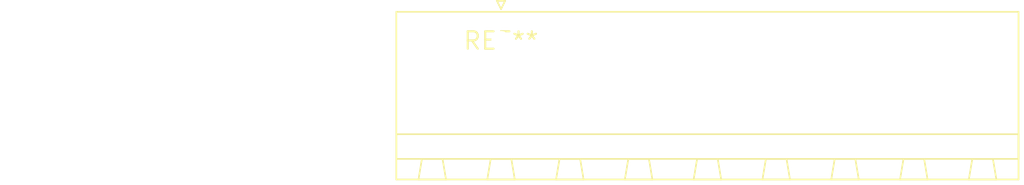
<source format=kicad_pcb>
(kicad_pcb (version 20240108) (generator pcbnew)
  (layers (0 "F.Cu" signal) (31 "B.Cu" signal) (34 "B.Paste" user) (35 "F.Paste" user) (36 "B.SilkS" user "B.Silkscreen") (37 "F.SilkS" user "F.Silkscreen") (38 "B.Mask" user) (39 "F.Mask" user) (44 "Edge.Cuts" user))
  (net 0 "")
  (footprint "PhoenixContact_MSTB_2,5_7-GF_1x07_P5.00mm_Horizontal_ThreadedFlange" (layer "F.Cu") (at 0 0)
    (property "Reference" "REF**")
    (property "Value" "PhoenixContact_MSTB_2,5_7-GF_1x07_P5.00mm_Horizontal_ThreadedFlange")
    (fp_line (start -7.61 -2.11) (end -7.61 10.11) (layer "F.SilkS") (stroke (width 0.12)))
    (fp_line (start -7.61 6.81) (end 37.61 6.81) (layer "F.SilkS") (stroke (width 0.12)))
    (fp_line (start -7.61 8.61) (end -7.61 6.81) (layer "F.SilkS") (stroke (width 0.12)))
    (fp_line (start -7.61 10.11) (end 37.61 10.11) (layer "F.SilkS") (stroke (width 0.12)))
    (fp_line (start -6 10.11) (end -4 10.11) (layer "F.SilkS") (stroke (width 0.12)))
    (fp_line (start -5.75 8.61) (end -6 10.11) (layer "F.SilkS") (stroke (width 0.12)))
    (fp_line (start -4.25 8.61) (end -5.75 8.61) (layer "F.SilkS") (stroke (width 0.12)))
    (fp_line (start -4 10.11) (end -4.25 8.61) (layer "F.SilkS") (stroke (width 0.12)))
    (fp_line (start -1 10.11) (end 1 10.11) (layer "F.SilkS") (stroke (width 0.12)))
    (fp_line (start -0.75 8.61) (end -1 10.11) (layer "F.SilkS") (stroke (width 0.12)))
    (fp_line (start -0.3 -2.91) (end 0.3 -2.91) (layer "F.SilkS") (stroke (width 0.12)))
    (fp_line (start 0 -2.31) (end -0.3 -2.91) (layer "F.SilkS") (stroke (width 0.12)))
    (fp_line (start 0.3 -2.91) (end 0 -2.31) (layer "F.SilkS") (stroke (width 0.12)))
    (fp_line (start 0.75 8.61) (end -0.75 8.61) (layer "F.SilkS") (stroke (width 0.12)))
    (fp_line (start 1 10.11) (end 0.75 8.61) (layer "F.SilkS") (stroke (width 0.12)))
    (fp_line (start 4 10.11) (end 6 10.11) (layer "F.SilkS") (stroke (width 0.12)))
    (fp_line (start 4.25 8.61) (end 4 10.11) (layer "F.SilkS") (stroke (width 0.12)))
    (fp_line (start 5.75 8.61) (end 4.25 8.61) (layer "F.SilkS") (stroke (width 0.12)))
    (fp_line (start 6 10.11) (end 5.75 8.61) (layer "F.SilkS") (stroke (width 0.12)))
    (fp_line (start 9 10.11) (end 11 10.11) (layer "F.SilkS") (stroke (width 0.12)))
    (fp_line (start 9.25 8.61) (end 9 10.11) (layer "F.SilkS") (stroke (width 0.12)))
    (fp_line (start 10.75 8.61) (end 9.25 8.61) (layer "F.SilkS") (stroke (width 0.12)))
    (fp_line (start 11 10.11) (end 10.75 8.61) (layer "F.SilkS") (stroke (width 0.12)))
    (fp_line (start 14 10.11) (end 16 10.11) (layer "F.SilkS") (stroke (width 0.12)))
    (fp_line (start 14.25 8.61) (end 14 10.11) (layer "F.SilkS") (stroke (width 0.12)))
    (fp_line (start 15.75 8.61) (end 14.25 8.61) (layer "F.SilkS") (stroke (width 0.12)))
    (fp_line (start 16 10.11) (end 15.75 8.61) (layer "F.SilkS") (stroke (width 0.12)))
    (fp_line (start 19 10.11) (end 21 10.11) (layer "F.SilkS") (stroke (width 0.12)))
    (fp_line (start 19.25 8.61) (end 19 10.11) (layer "F.SilkS") (stroke (width 0.12)))
    (fp_line (start 20.75 8.61) (end 19.25 8.61) (layer "F.SilkS") (stroke (width 0.12)))
    (fp_line (start 21 10.11) (end 20.75 8.61) (layer "F.SilkS") (stroke (width 0.12)))
    (fp_line (start 24 10.11) (end 26 10.11) (layer "F.SilkS") (stroke (width 0.12)))
    (fp_line (start 24.25 8.61) (end 24 10.11) (layer "F.SilkS") (stroke (width 0.12)))
    (fp_line (start 25.75 8.61) (end 24.25 8.61) (layer "F.SilkS") (stroke (width 0.12)))
    (fp_line (start 26 10.11) (end 25.75 8.61) (layer "F.SilkS") (stroke (width 0.12)))
    (fp_line (start 29 10.11) (end 31 10.11) (layer "F.SilkS") (stroke (width 0.12)))
    (fp_line (start 29.25 8.61) (end 29 10.11) (layer "F.SilkS") (stroke (width 0.12)))
    (fp_line (start 30.75 8.61) (end 29.25 8.61) (layer "F.SilkS") (stroke (width 0.12)))
    (fp_line (start 31 10.11) (end 30.75 8.61) (layer "F.SilkS") (stroke (width 0.12)))
    (fp_line (start 34 10.11) (end 36 10.11) (layer "F.SilkS") (stroke (width 0.12)))
    (fp_line (start 34.25 8.61) (end 34 10.11) (layer "F.SilkS") (stroke (width 0.12)))
    (fp_line (start 35.75 8.61) (end 34.25 8.61) (layer "F.SilkS") (stroke (width 0.12)))
    (fp_line (start 36 10.11) (end 35.75 8.61) (layer "F.SilkS") (stroke (width 0.12)))
    (fp_line (start 37.61 -2.11) (end -7.61 -2.11) (layer "F.SilkS") (stroke (width 0.12)))
    (fp_line (start 37.61 6.81) (end 37.61 8.61) (layer "F.SilkS") (stroke (width 0.12)))
    (fp_line (start 37.61 8.61) (end -7.61 8.61) (layer "F.SilkS") (stroke (width 0.12)))
    (fp_line (start 37.61 10.11) (end 37.61 -2.11) (layer "F.SilkS") (stroke (width 0.12)))
    (pad "1" thru_hole roundrect (at 0 0) (size 2 3.6) (drill 1.4) (layers *.Cu *.Mask) (remove_unused_layers) (roundrect_rratio 0.125))
    (pad "2" thru_hole oval (at 5 0) (size 2 3.6) (drill 1.4) (layers *.Cu *.Mask) (remove_unused_layers))
    (pad "3" thru_hole oval (at 10 0) (size 2 3.6) (drill 1.4) (layers *.Cu *.Mask) (remove_unused_layers))
    (pad "4" thru_hole oval (at 15 0) (size 2 3.6) (drill 1.4) (layers *.Cu *.Mask) (remove_unused_layers))
    (pad "5" thru_hole oval (at 20 0) (size 2 3.6) (drill 1.4) (layers *.Cu *.Mask) (remove_unused_layers))
    (pad "6" thru_hole oval (at 25 0) (size 2 3.6) (drill 1.4) (layers *.Cu *.Mask) (remove_unused_layers))
    (pad "7" thru_hole oval (at 30 0) (size 2 3.6) (drill 1.4) (layers *.Cu *.Mask) (remove_unused_layers))
  )
)
</source>
